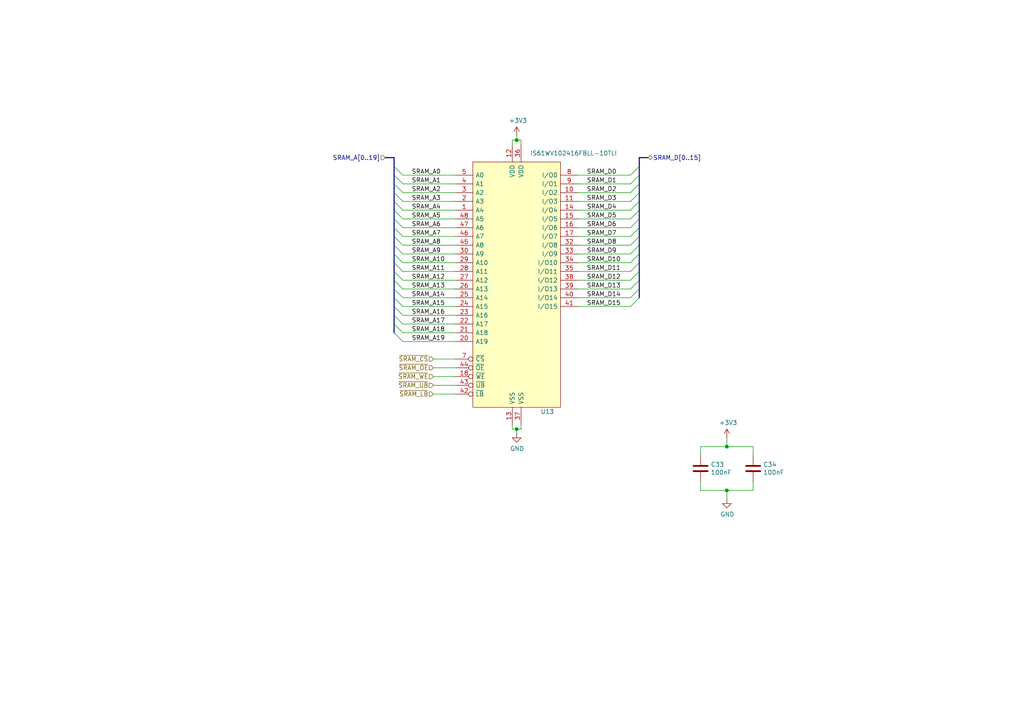
<source format=kicad_sch>
(kicad_sch (version 20250114) (generator "eeschema") (generator_version "9.0")
  (paper "A4")
  (lib_symbols
    (symbol "Ddraig:IS61WV102416FBLL-10TLI" (pin_names (offset 0.762))
      (property "Reference" "U" (at 26.67 7.62 0))
      (property "Value" "IS61WV102416FBLL-10TLI" (at 26.67 5.08 0))
      (symbol "IS61WV102416FBLL-10TLI_0_0"
        (pin input line (at -17.78 30.48 0) (length 5.08) (name "A0") (number "5"))
        (pin input line (at -17.78 27.94 0) (length 5.08) (name "A1") (number "4"))
        (pin input line (at -17.78 25.4 0) (length 5.08) (name "A2") (number "3"))
        (pin input line (at -17.78 22.86 0) (length 5.08) (name "A3") (number "2"))
        (pin input line (at -17.78 20.32 0) (length 5.08) (name "A4") (number "1"))
        (pin input line (at -17.78 17.78 0) (length 5.08) (name "A5") (number "48"))
        (pin input line (at -17.78 15.24 0) (length 5.08) (name "A6") (number "47"))
        (pin input line (at -17.78 12.7 0) (length 5.08) (name "A7") (number "46"))
        (pin input line (at -17.78 10.16 0) (length 5.08) (name "A8") (number "45"))
        (pin input line (at -17.78 7.62 0) (length 5.08) (name "A9") (number "30"))
        (pin input line (at -17.78 5.08 0) (length 5.08) (name "A10") (number "29"))
        (pin input line (at -17.78 2.54 0) (length 5.08) (name "A11") (number "28"))
        (pin input line (at -17.78 0 0) (length 5.08) (name "A12") (number "27"))
        (pin input line (at -17.78 -2.54 0) (length 5.08) (name "A13") (number "26"))
        (pin input line (at -17.78 -5.08 0) (length 5.08) (name "A14") (number "25"))
        (pin input line (at -17.78 -7.62 0) (length 5.08) (name "A15") (number "24"))
        (pin input line (at -17.78 -10.16 0) (length 5.08) (name "A16") (number "23"))
        (pin input line (at -17.78 -12.7 0) (length 5.08) (name "A17") (number "22"))
        (pin input line (at -17.78 -15.24 0) (length 5.08) (name "A18") (number "21"))
        (pin input line (at -17.78 -17.78 0) (length 5.08) (name "A19") (number "20"))
        (pin input inverted (at -17.78 -22.86 0) (length 5.08) (name "~{CS}") (number "7"))
        (pin input inverted (at -17.78 -25.4 0) (length 5.08) (name "~{OE}") (number "44"))
        (pin input inverted (at -17.78 -27.94 0) (length 5.08) (name "~{WE}") (number "18"))
        (pin input inverted (at -17.78 -30.48 0) (length 5.08) (name "~{UB}") (number "43"))
        (pin input inverted (at -17.78 -33.02 0) (length 5.08) (name "~{LB}") (number "42"))
        (pin power_in line (at -1.27 39.37 270) (length 5.08) (name "VDD") (number "12"))
        (pin power_in line (at -1.27 -41.91 90) (length 5.08) (name "VSS") (number "13"))
        (pin power_in line (at 1.27 39.37 270) (length 5.08) (name "VDD") (number "36"))
        (pin power_in line (at 1.27 -41.91 90) (length 5.08) (name "VSS") (number "37"))
        (pin bidirectional line (at 17.78 30.48 180) (length 5.08) (name "I/O0") (number "8"))
        (pin bidirectional line (at 17.78 27.94 180) (length 5.08) (name "I/O1") (number "9"))
        (pin bidirectional line (at 17.78 25.4 180) (length 5.08) (name "I/O2") (number "10"))
        (pin bidirectional line (at 17.78 22.86 180) (length 5.08) (name "I/O3") (number "11"))
        (pin bidirectional line (at 17.78 20.32 180) (length 5.08) (name "I/O4") (number "14"))
        (pin bidirectional line (at 17.78 17.78 180) (length 5.08) (name "I/O5") (number "15"))
        (pin bidirectional line (at 17.78 15.24 180) (length 5.08) (name "I/O6") (number "16"))
        (pin bidirectional line (at 17.78 12.7 180) (length 5.08) (name "I/O7") (number "17"))
        (pin bidirectional line (at 17.78 10.16 180) (length 5.08) (name "I/O8") (number "32"))
        (pin bidirectional line (at 17.78 7.62 180) (length 5.08) (name "I/O9") (number "33"))
        (pin bidirectional line (at 17.78 5.08 180) (length 5.08) (name "I/O10") (number "34"))
        (pin bidirectional line (at 17.78 2.54 180) (length 5.08) (name "I/O11") (number "35"))
        (pin bidirectional line (at 17.78 0 180) (length 5.08) (name "I/O12") (number "38"))
        (pin bidirectional line (at 17.78 -2.54 180) (length 5.08) (name "I/O13") (number "39"))
        (pin bidirectional line (at 17.78 -5.08 180) (length 5.08) (name "I/O14") (number "40"))
        (pin bidirectional line (at 17.78 -7.62 180) (length 5.08) (name "I/O15") (number "41"))
        (pin no_connect line (at 17.78 -22.86 180) (length 5.08) (hide yes) (name "NC_1") (number "6"))
        (pin no_connect line (at 17.78 -25.4 180) (length 5.08) (hide yes) (name "NC_2") (number "19"))
        (pin no_connect line (at 17.78 -27.94 180) (length 5.08) (hide yes) (name "NC_3") (number "31"))
      )
      (symbol "IS61WV102416FBLL-10TLI_0_1"
        (rectangle (start -12.7 34.29) (end 12.7 -36.83) (fill (type background)))
      )
    )
    (symbol "Device:C" (pin_numbers (hide yes)) (pin_names (offset 0.254))
      (property "Reference" "C" (at 0.635 2.54 0))
      (property "Value" "C" (at 0.635 -2.54 0))
      (symbol "C_0_1"
        (polyline (pts (xy -2.032 0.762) (xy 2.032 0.762)) (stroke (width 0.508)))
        (polyline (pts (xy -2.032 -0.762) (xy 2.032 -0.762)) (stroke (width 0.508)))
      )
      (symbol "C_1_1"
        (pin passive line (at 0 3.81 270) (length 2.794) (name "~") (number "1"))
        (pin passive line (at 0 -3.81 90) (length 2.794) (name "~") (number "2"))
      )
    )
    (symbol "power:+3.3V" (power) (pin_numbers (hide yes)) (pin_names (offset 0) (hide yes))
      (property "Value" "+3.3V" (at 0 3.556 0))
      (symbol "+3.3V_0_1"
        (polyline (pts (xy -0.762 1.27) (xy 0 2.54)))
        (polyline (pts (xy 0 2.54) (xy 0.762 1.27)))
        (polyline (pts (xy 0 0) (xy 0 2.54)))
      )
      (symbol "+3.3V_1_1"
        (pin power_in line (at 0 0 90) (length 0) (name "~") (number "1"))
      )
    )
    (symbol "power:+3V3" (power) (pin_numbers (hide yes)) (pin_names (offset 0) (hide yes))
      (property "Value" "+3V3" (at 0 3.556 0))
      (symbol "+3V3_0_1"
        (polyline (pts (xy -0.762 1.27) (xy 0 2.54)))
        (polyline (pts (xy 0 2.54) (xy 0.762 1.27)))
        (polyline (pts (xy 0 0) (xy 0 2.54)))
      )
      (symbol "+3V3_1_1"
        (pin power_in line (at 0 0 90) (length 0) (name "~") (number "1"))
      )
    )
    (symbol "power:GND" (power) (pin_numbers (hide yes)) (pin_names (offset 0) (hide yes))
      (property "Value" "GND" (at 0 -3.81 0))
      (symbol "GND_0_1"
        (polyline (pts (xy 0 0) (xy 0 -1.27) (xy 1.27 -1.27) (xy 0 -2.54) (xy -1.27 -1.27) (xy 0 -1.27)))
      )
      (symbol "GND_1_1"
        (pin power_in line (at 0 0 270) (length 0) (name "~") (number "1"))
      )
    )
  )
  (junction (at 210.82 129.54))
  (junction (at 149.86 124.46))
  (junction (at 210.82 142.24))
  (junction (at 149.86 40.64))
  (bus_entry (at 114.3 83.82) (size 2.54 2.54))
  (bus_entry (at 185.42 60.96) (size -2.54 2.54))
  (bus_entry (at 185.42 81.28) (size -2.54 2.54))
  (bus_entry (at 185.42 73.66) (size -2.54 2.54))
  (bus_entry (at 185.42 48.26) (size -2.54 2.54))
  (bus_entry (at 185.42 86.36) (size -2.54 2.54))
  (bus_entry (at 185.42 50.8) (size -2.54 2.54))
  (bus_entry (at 114.3 63.5) (size 2.54 2.54))
  (bus_entry (at 114.3 81.28) (size 2.54 2.54))
  (bus_entry (at 114.3 48.26) (size 2.54 2.54))
  (bus_entry (at 114.3 78.74) (size 2.54 2.54))
  (bus_entry (at 185.42 55.88) (size -2.54 2.54))
  (bus_entry (at 114.3 73.66) (size 2.54 2.54))
  (bus_entry (at 114.3 50.8) (size 2.54 2.54))
  (bus_entry (at 114.3 71.12) (size 2.54 2.54))
  (bus_entry (at 185.42 83.82) (size -2.54 2.54))
  (bus_entry (at 114.3 91.44) (size 2.54 2.54))
  (bus_entry (at 114.3 68.58) (size 2.54 2.54))
  (bus_entry (at 114.3 58.42) (size 2.54 2.54))
  (bus_entry (at 185.42 71.12) (size -2.54 2.54))
  (bus_entry (at 114.3 96.52) (size 2.54 2.54))
  (bus_entry (at 114.3 53.34) (size 2.54 2.54))
  (bus_entry (at 185.42 66.04) (size -2.54 2.54))
  (bus_entry (at 114.3 86.36) (size 2.54 2.54))
  (bus_entry (at 114.3 76.2) (size 2.54 2.54))
  (bus_entry (at 114.3 55.88) (size 2.54 2.54))
  (bus_entry (at 114.3 60.96) (size 2.54 2.54))
  (bus_entry (at 185.42 58.42) (size -2.54 2.54))
  (bus_entry (at 185.42 53.34) (size -2.54 2.54))
  (bus_entry (at 185.42 78.74) (size -2.54 2.54))
  (bus_entry (at 114.3 88.9) (size 2.54 2.54))
  (bus_entry (at 185.42 63.5) (size -2.54 2.54))
  (bus_entry (at 114.3 93.98) (size 2.54 2.54))
  (bus_entry (at 185.42 76.2) (size -2.54 2.54))
  (bus_entry (at 185.42 68.58) (size -2.54 2.54))
  (bus_entry (at 114.3 66.04) (size 2.54 2.54))
  (wire (pts (xy 218.44 132.08) (xy 218.44 129.54)))
  (wire (pts (xy 167.64 66.04) (xy 182.88 66.04)))
  (wire (pts (xy 132.08 86.36) (xy 116.84 86.36)))
  (wire (pts (xy 167.64 71.12) (xy 182.88 71.12)))
  (wire (pts (xy 132.08 114.3) (xy 125.73 114.3)))
  (bus (pts (xy 114.3 45.72) (xy 114.3 48.26)))
  (wire (pts (xy 167.64 63.5) (xy 182.88 63.5)))
  (bus (pts (xy 114.3 60.96) (xy 114.3 63.5)))
  (bus (pts (xy 185.42 68.58) (xy 185.42 71.12)))
  (wire (pts (xy 151.13 40.64) (xy 151.13 41.91)))
  (wire (pts (xy 210.82 142.24) (xy 218.44 142.24)))
  (bus (pts (xy 185.42 81.28) (xy 185.42 83.82)))
  (wire (pts (xy 148.59 124.46) (xy 149.86 124.46)))
  (wire (pts (xy 167.64 58.42) (xy 182.88 58.42)))
  (wire (pts (xy 132.08 104.14) (xy 125.73 104.14)))
  (bus (pts (xy 114.3 78.74) (xy 114.3 81.28)))
  (bus (pts (xy 185.42 60.96) (xy 185.42 63.5)))
  (wire (pts (xy 132.08 55.88) (xy 116.84 55.88)))
  (wire (pts (xy 218.44 129.54) (xy 210.82 129.54)))
  (bus (pts (xy 185.42 45.72) (xy 185.42 48.26)))
  (wire (pts (xy 132.08 71.12) (xy 116.84 71.12)))
  (wire (pts (xy 167.64 86.36) (xy 182.88 86.36)))
  (bus (pts (xy 114.3 88.9) (xy 114.3 91.44)))
  (wire (pts (xy 149.86 39.37) (xy 149.86 40.64)))
  (wire (pts (xy 151.13 124.46) (xy 151.13 123.19)))
  (wire (pts (xy 148.59 123.19) (xy 148.59 124.46)))
  (bus (pts (xy 185.42 71.12) (xy 185.42 73.66)))
  (wire (pts (xy 167.64 88.9) (xy 182.88 88.9)))
  (bus (pts (xy 114.3 58.42) (xy 114.3 60.96)))
  (bus (pts (xy 114.3 81.28) (xy 114.3 83.82)))
  (bus (pts (xy 185.42 76.2) (xy 185.42 78.74)))
  (bus (pts (xy 114.3 53.34) (xy 114.3 55.88)))
  (wire (pts (xy 203.2 142.24) (xy 210.82 142.24)))
  (wire (pts (xy 132.08 73.66) (xy 116.84 73.66)))
  (bus (pts (xy 114.3 93.98) (xy 114.3 96.52)))
  (wire (pts (xy 167.64 60.96) (xy 182.88 60.96)))
  (wire (pts (xy 132.08 76.2) (xy 116.84 76.2)))
  (bus (pts (xy 114.3 68.58) (xy 114.3 71.12)))
  (wire (pts (xy 132.08 96.52) (xy 116.84 96.52)))
  (bus (pts (xy 114.3 55.88) (xy 114.3 58.42)))
  (wire (pts (xy 167.64 83.82) (xy 182.88 83.82)))
  (wire (pts (xy 210.82 127) (xy 210.82 129.54)))
  (wire (pts (xy 132.08 109.22) (xy 125.73 109.22)))
  (wire (pts (xy 132.08 81.28) (xy 116.84 81.28)))
  (bus (pts (xy 114.3 83.82) (xy 114.3 86.36)))
  (bus (pts (xy 114.3 71.12) (xy 114.3 73.66)))
  (wire (pts (xy 203.2 139.7) (xy 203.2 142.24)))
  (bus (pts (xy 114.3 63.5) (xy 114.3 66.04)))
  (wire (pts (xy 167.64 78.74) (xy 182.88 78.74)))
  (wire (pts (xy 149.86 40.64) (xy 151.13 40.64)))
  (bus (pts (xy 185.42 50.8) (xy 185.42 53.34)))
  (wire (pts (xy 203.2 132.08) (xy 203.2 129.54)))
  (bus (pts (xy 114.3 76.2) (xy 114.3 78.74)))
  (wire (pts (xy 132.08 60.96) (xy 116.84 60.96)))
  (bus (pts (xy 185.42 48.26) (xy 185.42 50.8)))
  (bus (pts (xy 185.42 58.42) (xy 185.42 60.96)))
  (wire (pts (xy 167.64 50.8) (xy 182.88 50.8)))
  (wire (pts (xy 149.86 125.73) (xy 149.86 124.46)))
  (wire (pts (xy 167.64 76.2) (xy 182.88 76.2)))
  (wire (pts (xy 132.08 111.76) (xy 125.73 111.76)))
  (bus (pts (xy 114.3 73.66) (xy 114.3 76.2)))
  (bus (pts (xy 185.42 53.34) (xy 185.42 55.88)))
  (bus (pts (xy 185.42 83.82) (xy 185.42 86.36)))
  (wire (pts (xy 132.08 50.8) (xy 116.84 50.8)))
  (bus (pts (xy 114.3 48.26) (xy 114.3 50.8)))
  (bus (pts (xy 114.3 86.36) (xy 114.3 88.9)))
  (wire (pts (xy 132.08 58.42) (xy 116.84 58.42)))
  (wire (pts (xy 167.64 81.28) (xy 182.88 81.28)))
  (wire (pts (xy 132.08 88.9) (xy 116.84 88.9)))
  (wire (pts (xy 149.86 124.46) (xy 151.13 124.46)))
  (wire (pts (xy 132.08 66.04) (xy 116.84 66.04)))
  (bus (pts (xy 185.42 78.74) (xy 185.42 81.28)))
  (bus (pts (xy 185.42 66.04) (xy 185.42 68.58)))
  (bus (pts (xy 114.3 66.04) (xy 114.3 68.58)))
  (wire (pts (xy 210.82 129.54) (xy 203.2 129.54)))
  (wire (pts (xy 132.08 83.82) (xy 116.84 83.82)))
  (bus (pts (xy 185.42 63.5) (xy 185.42 66.04)))
  (wire (pts (xy 132.08 91.44) (xy 116.84 91.44)))
  (bus (pts (xy 114.3 45.72) (xy 111.76 45.72)))
  (wire (pts (xy 132.08 68.58) (xy 116.84 68.58)))
  (wire (pts (xy 132.08 63.5) (xy 116.84 63.5)))
  (bus (pts (xy 185.42 73.66) (xy 185.42 76.2)))
  (bus (pts (xy 185.42 55.88) (xy 185.42 58.42)))
  (wire (pts (xy 210.82 144.78) (xy 210.82 142.24)))
  (wire (pts (xy 167.64 53.34) (xy 182.88 53.34)))
  (wire (pts (xy 167.64 55.88) (xy 182.88 55.88)))
  (wire (pts (xy 132.08 78.74) (xy 116.84 78.74)))
  (bus (pts (xy 114.3 91.44) (xy 114.3 93.98)))
  (wire (pts (xy 148.59 40.64) (xy 149.86 40.64)))
  (wire (pts (xy 148.59 41.91) (xy 148.59 40.64)))
  (bus (pts (xy 114.3 50.8) (xy 114.3 53.34)))
  (bus (pts (xy 185.42 45.72) (xy 187.96 45.72)))
  (wire (pts (xy 218.44 139.7) (xy 218.44 142.24)))
  (wire (pts (xy 167.64 73.66) (xy 182.88 73.66)))
  (wire (pts (xy 132.08 99.06) (xy 116.84 99.06)))
  (wire (pts (xy 132.08 53.34) (xy 116.84 53.34)))
  (wire (pts (xy 125.73 106.68) (xy 132.08 106.68)))
  (wire (pts (xy 132.08 93.98) (xy 116.84 93.98)))
  (wire (pts (xy 167.64 68.58) (xy 182.88 68.58)))
  (label "SRAM_D13" (at 170.18 83.82 0))
  (label "SRAM_D1" (at 170.18 53.34 0))
  (label "SRAM_A15" (at 119.38 88.9 0))
  (label "SRAM_A17" (at 119.38 93.98 0))
  (label "SRAM_D8" (at 170.18 71.12 0))
  (label "SRAM_A12" (at 119.38 81.28 0))
  (label "SRAM_A5" (at 119.38 63.5 0))
  (label "SRAM_D11" (at 170.18 78.74 0))
  (label "SRAM_D4" (at 170.18 60.96 0))
  (label "SRAM_D12" (at 170.18 81.28 0))
  (label "SRAM_A13" (at 119.38 83.82 0))
  (label "SRAM_D9" (at 170.18 73.66 0))
  (label "SRAM_D7" (at 170.18 68.58 0))
  (label "SRAM_A4" (at 119.38 60.96 0))
  (label "SRAM_D10" (at 170.18 76.2 0))
  (label "SRAM_A6" (at 119.38 66.04 0))
  (label "SRAM_A3" (at 119.38 58.42 0))
  (label "SRAM_A18" (at 119.38 96.52 0))
  (label "SRAM_A1" (at 119.38 53.34 0))
  (label "SRAM_A11" (at 119.38 78.74 0))
  (label "SRAM_D3" (at 170.18 58.42 0))
  (label "SRAM_D6" (at 170.18 66.04 0))
  (label "SRAM_A16" (at 119.38 91.44 0))
  (label "SRAM_A14" (at 119.38 86.36 0))
  (label "SRAM_A8" (at 119.38 71.12 0))
  (label "SRAM_A9" (at 119.38 73.66 0))
  (label "SRAM_D5" (at 170.18 63.5 0))
  (label "SRAM_A10" (at 119.38 76.2 0))
  (label "SRAM_D15" (at 170.18 88.9 0))
  (label "SRAM_A7" (at 119.38 68.58 0))
  (label "SRAM_A0" (at 119.38 50.8 0))
  (label "SRAM_D14" (at 170.18 86.36 0))
  (label "SRAM_D2" (at 170.18 55.88 0))
  (label "SRAM_A19" (at 119.38 99.06 0))
  (label "SRAM_A2" (at 119.38 55.88 0))
  (label "SRAM_D0" (at 170.18 50.8 0))
  (hierarchical_label "~{SRAM_WE}" (shape input) (at 125.73 109.22 180))
  (hierarchical_label "SRAM_D[0..15]" (shape bidirectional) (at 187.96 45.72 0))
  (hierarchical_label "SRAM_A[0..19]" (shape input) (at 111.76 45.72 180))
  (hierarchical_label "~{SRAM_CS}" (shape input) (at 125.73 104.14 180))
  (hierarchical_label "~{SRAM_UB}" (shape input) (at 125.73 111.76 180))
  (hierarchical_label "~{SRAM_OE}" (shape input) (at 125.73 106.68 180))
  (hierarchical_label "~{SRAM_LB}" (shape input) (at 125.73 114.3 180))
  (symbol (lib_id "Ddraig:IS61WV102416FBLL-10TLI") (at 149.86 81.28 0) (unit 1)
    (property "Reference" "U13" (at 158.75 119.38 0))
    (property "Value" "IS61WV102416FBLL-10TLI" (at 166.37 44.45 0))
    (property "Footprint" "Ddraig:SOP50P2000X120-48N" (effects (hide yes)))
    (property "Datasheet" "https://componentsearchengine.com//IS61WV102416FBLL-10TLI.pdf" (effects (hide yes)))
    (property "Description" "SRAM 16M (1Mx16) 10ns Async SRAM 3.3V" (effects (hide yes)))
    (property "Height" "1.2" (effects (hide yes)))
    (property "Manufacturer_Name" "Integrated Silicon Solution Inc." (effects (hide yes)))
    (property "Manufacturer_Part_Number" "IS61WV102416FBLL-10TLI" (effects (hide yes)))
    (property "Mouser Part Number" "870-61WV12416FBL1TLI" (effects (hide yes)))
    (property "Mouser Price/Stock" "https://www.mouser.co.uk/ProductDetail/ISSI/IS61WV102416FBLL-10TLI/?qs=HXFqYaX1Q2y%2F6qe553VRZQ%3D%3D" (effects (hide yes)))
  )
  (symbol (lib_id "power:+3.3V") (at 149.86 39.37 0) (unit 1)
    (property "Reference" "#PWR086" (effects (hide yes)))
    (property "Value" "+3V3" (at 150.241 34.9758 0))
    (property "Description" "Power symbol creates a global label with name \"+3.3V\"" (effects (hide yes)))
  )
  (symbol (lib_id "power:GND") (at 149.86 125.73 0) (unit 1)
    (property "Reference" "#PWR087" (effects (hide yes)))
    (property "Value" "GND" (at 149.987 130.1242 0))
    (property "Description" "Power symbol creates a global label with name \"GND\" , ground" (effects (hide yes)))
  )
  (symbol (lib_id "Device:C") (at 218.44 135.89 0) (unit 1)
    (property "Reference" "C34" (at 221.361 134.7216 0) (effects (justify left)))
    (property "Value" "100nF" (at 221.361 137.033 0) (effects (justify left)))
    (property "Footprint" "Capacitor_SMD:C_0805_2012Metric" (effects (hide yes)))
  )
  (symbol (lib_id "power:GND") (at 210.82 144.78 0) (unit 1)
    (property "Reference" "#PWR089" (effects (hide yes)))
    (property "Value" "GND" (at 210.947 149.1742 0))
    (property "Description" "Power symbol creates a global label with name \"GND\" , ground" (effects (hide yes)))
  )
  (symbol (lib_id "Device:C") (at 203.2 135.89 0) (unit 1)
    (property "Reference" "C33" (at 206.121 134.7216 0) (effects (justify left)))
    (property "Value" "100nF" (at 206.121 137.033 0) (effects (justify left)))
    (property "Footprint" "Capacitor_SMD:C_0805_2012Metric" (effects (hide yes)))
  )
  (symbol (lib_id "power:+3V3") (at 210.82 127 0) (unit 1)
    (property "Reference" "#PWR088" (effects (hide yes)))
    (property "Value" "+3V3" (at 211.201 122.6058 0))
    (property "Description" "Power symbol creates a global label with name \"+3V3\"" (effects (hide yes)))
  )
)
</source>
